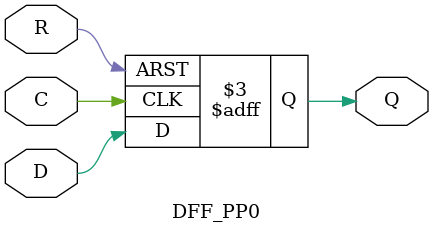
<source format=v>
module NOT(A, Y);
input A;
output Y;
assign Y = ~A;
endmodule

module AND(A, B, Y);
input A, B;
output Y;
assign Y = (A & B);
endmodule

module OR(A, B, Y);
input A, B;
output Y;
assign Y = (A | B);
endmodule

module DFF_PP0 (D, C, R, Q);
input D, C, R;
output reg Q;
always @(posedge C or posedge R) begin
	if (R == 1)
		Q <= 0;
	else
		Q <= D;
end
endmodule

</source>
